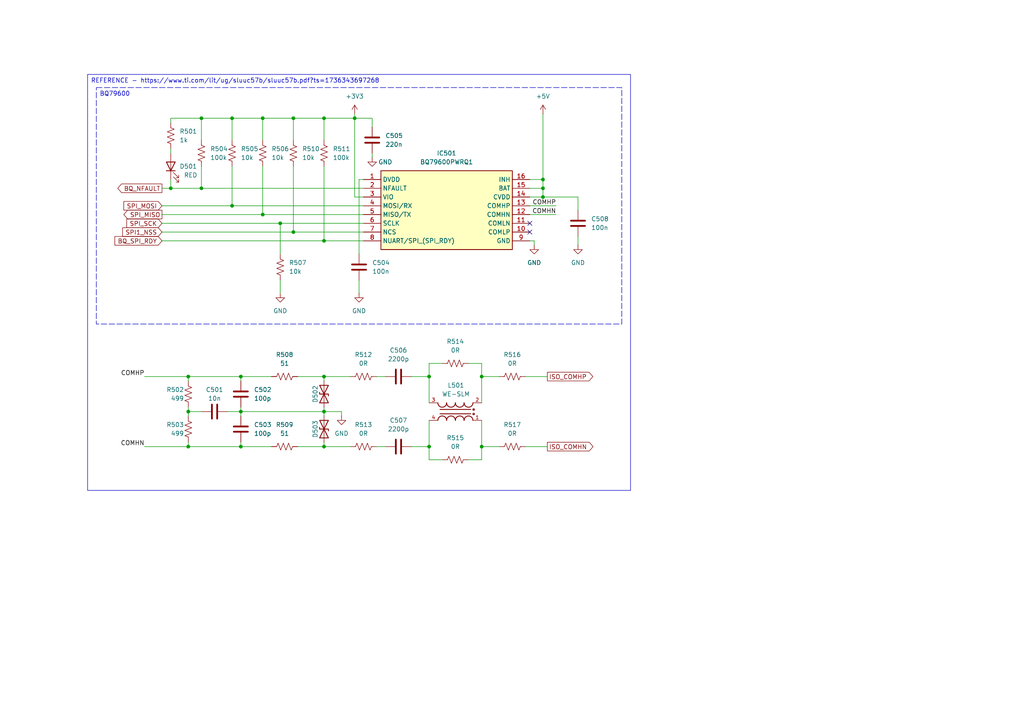
<source format=kicad_sch>
(kicad_sch (version 20231120) (generator "eeschema") (generator_version "8.0")
  (paper "A4")
  (title_block (date "2025-01-10") (rev "A") (company "FSAE LSU") (comment 1 "Jacob Parent ") (comment 2 "parent.jacob7@protonmail.com"))
  (lib_symbols
    (symbol "BQ79600:BQ79600PWRQ1"
      (property "Reference" "IC" (at 5.08 7.62 0))
      (property "Value" "BQ79600PWRQ1" (at 5.08 5.334 0))
      (symbol "BQ79600PWRQ1_1_1"
        (rectangle (start 5.08 2.54) (end 43.18 -20.32) (stroke (width 0.254)) (fill (type background)))
        (pin passive line (at 0 0 0) (length 5.08) (name "DVDD") (number "1"))
        (pin passive line (at 48.26 -15.24 180) (length 5.08) (name "COMLP") (number "10"))
        (pin passive line (at 48.26 -12.7 180) (length 5.08) (name "COMLN") (number "11"))
        (pin passive line (at 48.26 -10.16 180) (length 5.08) (name "COMHN") (number "12"))
        (pin passive line (at 48.26 -7.62 180) (length 5.08) (name "COMHP") (number "13"))
        (pin passive line (at 48.26 -5.08 180) (length 5.08) (name "CVDD") (number "14"))
        (pin passive line (at 48.26 -2.54 180) (length 5.08) (name "BAT") (number "15"))
        (pin passive line (at 48.26 0 180) (length 5.08) (name "INH") (number "16"))
        (pin passive line (at 0 -2.54 0) (length 5.08) (name "NFAULT") (number "2"))
        (pin passive line (at 0 -5.08 0) (length 5.08) (name "VIO") (number "3"))
        (pin passive line (at 0 -7.62 0) (length 5.08) (name "MOSI/RX") (number "4"))
        (pin passive line (at 0 -10.16 0) (length 5.08) (name "MISO/TX") (number "5"))
        (pin passive line (at 0 -12.7 0) (length 5.08) (name "SCLK") (number "6"))
        (pin passive line (at 0 -15.24 0) (length 5.08) (name "NCS") (number "7"))
        (pin passive line (at 0 -17.78 0) (length 5.08) (name "NUART/SPI_(SPI_RDY)") (number "8"))
        (pin passive line (at 48.26 -17.78 180) (length 5.08) (name "GND") (number "9"))
      )
    )
    (symbol "CommonModeChoke_Wurth:WE-SLM" (pin_names (offset 1.016))
      (property "Reference" "L" (at 0 3.81 0))
      (property "Value" "WE-SLM" (at -5.08 -5.08 0))
      (symbol "WE-SLM_0_0"
        (circle (center -5.3 -0.6) (radius 0.1) (stroke (width 0.254)))
        (circle (center -5.3 0.7) (radius 0.1) (stroke (width 0.254)))
        (arc (start -5.08 2.54) (mid -3.81 1.2755) (end -2.54 2.54) (stroke (width 0.254)))
        (arc (start -2.54 -2.54) (mid -3.81 -1.2755) (end -5.08 -2.54) (stroke (width 0.254)))
        (arc (start -2.54 2.54) (mid -1.27 1.2755) (end 0 2.54) (stroke (width 0.254)))
        (arc (start 0 -2.54) (mid -1.27 -1.2755) (end -2.54 -2.54) (stroke (width 0.254)))
        (polyline (pts (xy -4.445 -0.635) (xy 4.445 -0.635)) (stroke (width 0.254)))
        (polyline (pts (xy -4.445 0.635) (xy 4.445 0.635)) (stroke (width 0.254)))
        (arc (start 0 2.54) (mid 1.27 1.2755) (end 2.54 2.54) (stroke (width 0.254)))
        (arc (start 2.54 -2.54) (mid 1.27 -1.2755) (end 0 -2.54) (stroke (width 0.254)))
        (arc (start 2.54 2.54) (mid 3.81 1.2755) (end 5.08 2.54) (stroke (width 0.254)))
        (arc (start 5.08 -2.54) (mid 3.81 -1.2755) (end 2.54 -2.54) (stroke (width 0.254)))
        (pin passive line (at -7.62 2.54 0) (length 2.54) (name "~") (number "1"))
        (pin passive line (at -7.62 -2.54 0) (length 2.54) (name "~") (number "2"))
        (pin passive line (at 7.62 -2.54 180) (length 2.54) (name "~") (number "3"))
        (pin passive line (at 7.62 2.54 180) (length 2.54) (name "~") (number "4"))
      )
    )
    (symbol "Device:C" (pin_numbers hide) (pin_names (offset 0.254))
      (property "Reference" "C" (at 0.635 2.54 0))
      (property "Value" "C" (at 0.635 -2.54 0))
      (symbol "C_0_1"
        (polyline (pts (xy -2.032 -0.762) (xy 2.032 -0.762)) (stroke (width 0.508)))
        (polyline (pts (xy -2.032 0.762) (xy 2.032 0.762)) (stroke (width 0.508)))
      )
      (symbol "C_1_1"
        (pin passive line (at 0 3.81 270) (length 2.794) (name "~") (number "1"))
        (pin passive line (at 0 -3.81 90) (length 2.794) (name "~") (number "2"))
      )
    )
    (symbol "Device:D_TVS" (pin_numbers hide) (pin_names (offset 1.016) hide)
      (property "Reference" "D" (at 0 2.54 0))
      (property "Value" "D_TVS" (at 0 -2.54 0))
      (symbol "D_TVS_0_1"
        (polyline (pts (xy 1.27 0) (xy -1.27 0)))
        (polyline (pts (xy 0.508 1.27) (xy 0 1.27) (xy 0 -1.27) (xy -0.508 -1.27)) (stroke (width 0.254)))
        (polyline (pts (xy -2.54 1.27) (xy -2.54 -1.27) (xy 2.54 1.27) (xy 2.54 -1.27) (xy -2.54 1.27)) (stroke (width 0.254)))
      )
      (symbol "D_TVS_1_1"
        (pin passive line (at -3.81 0 0) (length 2.54) (name "A1") (number "1"))
        (pin passive line (at 3.81 0 180) (length 2.54) (name "A2") (number "2"))
      )
    )
    (symbol "Device:LED" (pin_numbers hide) (pin_names (offset 1.016) hide)
      (property "Reference" "D" (at 0 2.54 0))
      (property "Value" "LED" (at 0 -2.54 0))
      (symbol "LED_0_1"
        (polyline (pts (xy -1.27 -1.27) (xy -1.27 1.27)) (stroke (width 0.254)))
        (polyline (pts (xy -1.27 0) (xy 1.27 0)))
        (polyline (pts (xy 1.27 -1.27) (xy 1.27 1.27) (xy -1.27 0) (xy 1.27 -1.27)) (stroke (width 0.254)))
        (polyline (pts (xy -3.048 -0.762) (xy -4.572 -2.286) (xy -3.81 -2.286) (xy -4.572 -2.286) (xy -4.572 -1.524)))
        (polyline (pts (xy -1.778 -0.762) (xy -3.302 -2.286) (xy -2.54 -2.286) (xy -3.302 -2.286) (xy -3.302 -1.524)))
      )
      (symbol "LED_1_1"
        (pin passive line (at -3.81 0 0) (length 2.54) (name "K") (number "1"))
        (pin passive line (at 3.81 0 180) (length 2.54) (name "A") (number "2"))
      )
    )
    (symbol "Device:R_US" (pin_numbers hide) (pin_names (offset 0))
      (property "Reference" "R" (at 2.54 0 90))
      (property "Value" "R_US" (at -2.54 0 90))
      (symbol "R_US_0_1"
        (polyline (pts (xy 0 -2.286) (xy 0 -2.54)))
        (polyline (pts (xy 0 2.286) (xy 0 2.54)))
        (polyline (pts (xy 0 -0.762) (xy 1.016 -1.143) (xy 0 -1.524) (xy -1.016 -1.905) (xy 0 -2.286)))
        (polyline (pts (xy 0 0.762) (xy 1.016 0.381) (xy 0 0) (xy -1.016 -0.381) (xy 0 -0.762)))
        (polyline (pts (xy 0 2.286) (xy 1.016 1.905) (xy 0 1.524) (xy -1.016 1.143) (xy 0 0.762)))
      )
      (symbol "R_US_1_1"
        (pin passive line (at 0 3.81 270) (length 1.27) (name "~") (number "1"))
        (pin passive line (at 0 -3.81 90) (length 1.27) (name "~") (number "2"))
      )
    )
    (symbol "power:+3V3" (power) (pin_numbers hide) (pin_names (offset 0) hide)
      (property "Value" "+3V3" (at 0 3.556 0))
      (symbol "+3V3_0_1"
        (polyline (pts (xy -0.762 1.27) (xy 0 2.54)))
        (polyline (pts (xy 0 0) (xy 0 2.54)))
        (polyline (pts (xy 0 2.54) (xy 0.762 1.27)))
      )
      (symbol "+3V3_1_1"
        (pin power_in line (at 0 0 90) (length 0) (name "~") (number "1"))
      )
    )
    (symbol "power:+5V" (power) (pin_numbers hide) (pin_names (offset 0) hide)
      (property "Value" "+5V" (at 0 3.556 0))
      (symbol "+5V_0_1"
        (polyline (pts (xy -0.762 1.27) (xy 0 2.54)))
        (polyline (pts (xy 0 0) (xy 0 2.54)))
        (polyline (pts (xy 0 2.54) (xy 0.762 1.27)))
      )
      (symbol "+5V_1_1"
        (pin power_in line (at 0 0 90) (length 0) (name "~") (number "1"))
      )
    )
    (symbol "power:GND" (power) (pin_numbers hide) (pin_names (offset 0) hide)
      (property "Value" "GND" (at 0 -3.81 0))
      (symbol "GND_0_1"
        (polyline (pts (xy 0 0) (xy 0 -1.27) (xy 1.27 -1.27) (xy 0 -2.54) (xy -1.27 -1.27) (xy 0 -1.27)))
      )
      (symbol "GND_1_1"
        (pin power_in line (at 0 0 270) (length 0) (name "~") (number "1"))
      )
    )
  )
  (junction (at 49.53 54.61))
  (junction (at 157.48 52.07))
  (junction (at 93.98 119.38))
  (junction (at 54.61 119.38))
  (junction (at 69.85 129.54))
  (junction (at 67.31 34.29))
  (junction (at 93.98 69.85))
  (junction (at 58.42 54.61))
  (junction (at 81.28 64.77))
  (junction (at 67.31 59.69))
  (junction (at 85.09 67.31))
  (junction (at 69.85 119.38))
  (junction (at 76.2 62.23))
  (junction (at 102.87 34.29))
  (junction (at 85.09 34.29))
  (junction (at 58.42 34.29))
  (junction (at 93.98 109.22))
  (junction (at 93.98 34.29))
  (junction (at 124.46 129.54))
  (junction (at 76.2 34.29))
  (junction (at 93.98 129.54))
  (junction (at 54.61 129.54))
  (junction (at 139.7 109.22))
  (junction (at 157.48 54.61))
  (junction (at 69.85 109.22))
  (junction (at 54.61 109.22))
  (junction (at 124.46 109.22))
  (junction (at 139.7 129.54))
  (junction (at 157.48 57.15))
  (no_connect (at 153.67 67.31))
  (no_connect (at 153.67 64.77))
  (wire (pts (xy 102.87 34.29) (xy 102.87 57.15)))
  (wire (pts (xy 46.99 69.85) (xy 93.98 69.85)))
  (wire (pts (xy 104.14 52.07) (xy 104.14 73.66)))
  (wire (pts (xy 54.61 118.11) (xy 54.61 119.38)))
  (wire (pts (xy 139.7 109.22) (xy 144.78 109.22)))
  (wire (pts (xy 119.38 109.22) (xy 124.46 109.22)))
  (wire (pts (xy 153.67 69.85) (xy 154.94 69.85)))
  (wire (pts (xy 107.95 34.29) (xy 107.95 36.83)))
  (wire (pts (xy 109.22 129.54) (xy 111.76 129.54)))
  (wire (pts (xy 93.98 128.27) (xy 93.98 129.54)))
  (wire (pts (xy 93.98 34.29) (xy 102.87 34.29)))
  (wire (pts (xy 153.67 54.61) (xy 157.48 54.61)))
  (wire (pts (xy 46.99 67.31) (xy 85.09 67.31)))
  (wire (pts (xy 93.98 69.85) (xy 105.41 69.85)))
  (wire (pts (xy 102.87 33.02) (xy 102.87 34.29)))
  (wire (pts (xy 58.42 54.61) (xy 105.41 54.61)))
  (wire (pts (xy 76.2 34.29) (xy 85.09 34.29)))
  (wire (pts (xy 69.85 119.38) (xy 93.98 119.38)))
  (wire (pts (xy 67.31 48.26) (xy 67.31 59.69)))
  (wire (pts (xy 49.53 43.18) (xy 49.53 44.45)))
  (wire (pts (xy 67.31 59.69) (xy 105.41 59.69)))
  (wire (pts (xy 104.14 81.28) (xy 104.14 85.09)))
  (wire (pts (xy 69.85 129.54) (xy 78.74 129.54)))
  (wire (pts (xy 167.64 57.15) (xy 167.64 60.96)))
  (wire (pts (xy 124.46 105.41) (xy 128.27 105.41)))
  (wire (pts (xy 81.28 64.77) (xy 105.41 64.77)))
  (wire (pts (xy 157.48 57.15) (xy 167.64 57.15)))
  (wire (pts (xy 69.85 119.38) (xy 69.85 118.11)))
  (wire (pts (xy 93.98 34.29) (xy 93.98 40.64)))
  (wire (pts (xy 157.48 57.15) (xy 157.48 54.61)))
  (wire (pts (xy 85.09 34.29) (xy 85.09 40.64)))
  (wire (pts (xy 81.28 81.28) (xy 81.28 85.09)))
  (wire (pts (xy 81.28 64.77) (xy 81.28 73.66)))
  (wire (pts (xy 124.46 129.54) (xy 124.46 121.92)))
  (wire (pts (xy 41.91 129.54) (xy 54.61 129.54)))
  (wire (pts (xy 105.41 57.15) (xy 102.87 57.15)))
  (wire (pts (xy 54.61 119.38) (xy 54.61 120.65)))
  (wire (pts (xy 93.98 119.38) (xy 93.98 120.65)))
  (wire (pts (xy 49.53 54.61) (xy 58.42 54.61)))
  (wire (pts (xy 152.4 109.22) (xy 158.75 109.22)))
  (wire (pts (xy 157.48 33.02) (xy 157.48 52.07)))
  (wire (pts (xy 41.91 109.22) (xy 54.61 109.22)))
  (wire (pts (xy 49.53 34.29) (xy 58.42 34.29)))
  (wire (pts (xy 69.85 109.22) (xy 69.85 110.49)))
  (wire (pts (xy 154.94 69.85) (xy 154.94 71.12)))
  (wire (pts (xy 139.7 129.54) (xy 144.78 129.54)))
  (wire (pts (xy 139.7 109.22) (xy 139.7 105.41)))
  (wire (pts (xy 102.87 34.29) (xy 107.95 34.29)))
  (wire (pts (xy 54.61 129.54) (xy 69.85 129.54)))
  (wire (pts (xy 85.09 34.29) (xy 93.98 34.29)))
  (wire (pts (xy 119.38 129.54) (xy 124.46 129.54)))
  (wire (pts (xy 54.61 109.22) (xy 69.85 109.22)))
  (wire (pts (xy 157.48 54.61) (xy 157.48 52.07)))
  (wire (pts (xy 46.99 62.23) (xy 76.2 62.23)))
  (wire (pts (xy 153.67 57.15) (xy 157.48 57.15)))
  (wire (pts (xy 58.42 119.38) (xy 54.61 119.38)))
  (wire (pts (xy 93.98 109.22) (xy 101.6 109.22)))
  (wire (pts (xy 139.7 133.35) (xy 135.89 133.35)))
  (wire (pts (xy 139.7 121.92) (xy 139.7 129.54)))
  (wire (pts (xy 69.85 119.38) (xy 69.85 120.65)))
  (wire (pts (xy 54.61 109.22) (xy 54.61 110.49)))
  (wire (pts (xy 109.22 109.22) (xy 111.76 109.22)))
  (wire (pts (xy 69.85 128.27) (xy 69.85 129.54)))
  (wire (pts (xy 99.06 119.38) (xy 99.06 120.65)))
  (wire (pts (xy 124.46 133.35) (xy 128.27 133.35)))
  (wire (pts (xy 58.42 34.29) (xy 67.31 34.29)))
  (wire (pts (xy 76.2 34.29) (xy 76.2 40.64)))
  (wire (pts (xy 153.67 62.23) (xy 161.29 62.23)))
  (wire (pts (xy 153.67 59.69) (xy 161.29 59.69)))
  (wire (pts (xy 69.85 109.22) (xy 78.74 109.22)))
  (wire (pts (xy 93.98 109.22) (xy 93.98 110.49)))
  (wire (pts (xy 58.42 34.29) (xy 58.42 40.64)))
  (wire (pts (xy 139.7 129.54) (xy 139.7 133.35)))
  (wire (pts (xy 124.46 129.54) (xy 124.46 133.35)))
  (wire (pts (xy 58.42 48.26) (xy 58.42 54.61)))
  (wire (pts (xy 85.09 48.26) (xy 85.09 67.31)))
  (wire (pts (xy 153.67 52.07) (xy 157.48 52.07)))
  (wire (pts (xy 124.46 116.84) (xy 124.46 109.22)))
  (wire (pts (xy 139.7 105.41) (xy 135.89 105.41)))
  (wire (pts (xy 49.53 52.07) (xy 49.53 54.61)))
  (wire (pts (xy 93.98 129.54) (xy 101.6 129.54)))
  (wire (pts (xy 93.98 119.38) (xy 99.06 119.38)))
  (wire (pts (xy 139.7 116.84) (xy 139.7 109.22)))
  (wire (pts (xy 46.99 54.61) (xy 49.53 54.61)))
  (wire (pts (xy 124.46 109.22) (xy 124.46 105.41)))
  (wire (pts (xy 66.04 119.38) (xy 69.85 119.38)))
  (wire (pts (xy 93.98 118.11) (xy 93.98 119.38)))
  (wire (pts (xy 46.99 59.69) (xy 67.31 59.69)))
  (wire (pts (xy 76.2 48.26) (xy 76.2 62.23)))
  (wire (pts (xy 46.99 64.77) (xy 81.28 64.77)))
  (wire (pts (xy 67.31 34.29) (xy 76.2 34.29)))
  (wire (pts (xy 86.36 109.22) (xy 93.98 109.22)))
  (wire (pts (xy 67.31 34.29) (xy 67.31 40.64)))
  (wire (pts (xy 85.09 67.31) (xy 105.41 67.31)))
  (wire (pts (xy 152.4 129.54) (xy 158.75 129.54)))
  (wire (pts (xy 104.14 52.07) (xy 105.41 52.07)))
  (wire (pts (xy 54.61 128.27) (xy 54.61 129.54)))
  (wire (pts (xy 107.95 44.45) (xy 107.95 45.72)))
  (wire (pts (xy 49.53 34.29) (xy 49.53 35.56)))
  (wire (pts (xy 86.36 129.54) (xy 93.98 129.54)))
  (wire (pts (xy 93.98 48.26) (xy 93.98 69.85)))
  (wire (pts (xy 76.2 62.23) (xy 105.41 62.23)))
  (wire (pts (xy 167.64 68.58) (xy 167.64 71.12)))
  (text_box "REFERENCE - https://www.ti.com/lit/ug/sluuc57b/sluuc57b.pdf?ts=1736343697268" (at 25.4 21.59 0) (size 157.48 120.65) (effects (font (size 1.27 1.27)) (justify left top)))
  (text_box "BQ79600\n" (at 27.94 25.4 0) (size 152.4 68.58) (stroke (width 0) (type dash)) (effects (font (size 1.27 1.27)) (justify left top)))
  (label "COMHP" (at 161.29 59.69 180))
  (label "COMHN" (at 161.29 62.23 180))
  (label "COMHP" (at 41.91 109.22 180))
  (label "COMHN" (at 41.91 129.54 180))
  (global_label "ISO_COMHP" (shape output) (at 158.75 109.22 0) (property "Intersheetrefs" "${INTERSHEET_REFS}" (effects (hide yes))))
  (global_label "ISO_COMHN" (shape output) (at 158.75 129.54 0) (property "Intersheetrefs" "${INTERSHEET_REFS}" (effects (hide yes))))
  (global_label "BQ_NFAULT" (shape output) (at 46.99 54.61 180) (property "Intersheetrefs" "${INTERSHEET_REFS}" (effects (hide yes))))
  (global_label "SPI1_NSS" (shape input) (at 46.99 67.31 180) (property "Intersheetrefs" "${INTERSHEET_REFS}" (effects (hide yes))))
  (global_label "SPI_SCK" (shape input) (at 46.99 64.77 180) (property "Intersheetrefs" "${INTERSHEET_REFS}" (effects (hide yes))))
  (global_label "SPI_MISO" (shape output) (at 46.99 62.23 180) (property "Intersheetrefs" "${INTERSHEET_REFS}" (effects (hide yes))))
  (global_label "BQ_SPI_RDY" (shape input) (at 46.99 69.85 180) (property "Intersheetrefs" "${INTERSHEET_REFS}" (effects (hide yes))))
  (global_label "SPI_MOSI" (shape input) (at 46.99 59.69 180) (property "Intersheetrefs" "${INTERSHEET_REFS}" (effects (hide yes))))
  (symbol (lib_id "Device:C") (at 62.23 119.38 270) (unit 1)
    (property "Reference" "C501" (at 62.23 113.03 90))
    (property "Value" "10n" (at 62.23 115.57 90))
    (property "Footprint" "Capacitor_SMD:C_0402_1005Metric" (effects (hide yes)))
    (property "Description" "Unpolarized capacitor" (effects (hide yes)))
  )
  (symbol (lib_id "Device:C") (at 104.14 77.47 180) (unit 1)
    (property "Reference" "C504" (at 107.95 76.1999 0) (effects (justify right)))
    (property "Value" "100n" (at 107.95 78.7399 0) (effects (justify right)))
    (property "Footprint" "Capacitor_SMD:C_0402_1005Metric" (effects (hide yes)))
    (property "Description" "Unpolarized capacitor" (effects (hide yes)))
  )
  (symbol (lib_id "CommonModeChoke_Wurth:WE-SLM") (at 132.08 119.38 180) (unit 1)
    (property "Reference" "L501" (at 132.24 111.76 0))
    (property "Value" "WE-SLM" (at 132.24 114.3 0))
    (property "Footprint" "WE-SLM:WE-SLM" (effects (hide yes)))
  )
  (symbol (lib_id "Device:R_US") (at 148.59 109.22 90) (unit 1)
    (property "Reference" "R516" (at 148.59 102.87 90))
    (property "Value" "0R" (at 148.59 105.41 90))
    (property "Description" "Resistor, US symbol" (effects (hide yes)))
  )
  (symbol (lib_id "Device:R_US") (at 76.2 44.45 0) (unit 1)
    (property "Reference" "R506" (at 78.74 43.18 0) (effects (justify left)))
    (property "Value" "10k" (at 78.74 45.72 0) (effects (justify left)))
    (property "Description" "Resistor, US symbol" (effects (hide yes)))
  )
  (symbol (lib_id "Device:R_US") (at 54.61 114.3 0) (unit 1)
    (property "Reference" "R502" (at 48.26 113.03 0) (effects (justify left)))
    (property "Value" "499" (at 49.53 115.57 0) (effects (justify left)))
    (property "Description" "Resistor, US symbol" (effects (hide yes)))
  )
  (symbol (lib_id "Device:R_US") (at 105.41 109.22 90) (unit 1)
    (property "Reference" "R512" (at 105.41 102.87 90))
    (property "Value" "0R" (at 105.41 105.41 90))
    (property "Description" "Resistor, US symbol" (effects (hide yes)))
  )
  (symbol (lib_id "power:GND") (at 167.64 71.12 0) (unit 1)
    (property "Reference" "#PWR0508" (effects (hide yes)))
    (property "Value" "GND" (at 167.64 76.2 0))
    (property "Description" "Power symbol creates a global label with name \"GND\" , ground" (effects (hide yes)))
  )
  (symbol (lib_id "Device:R_US") (at 49.53 39.37 0) (unit 1)
    (property "Reference" "R501" (at 52.07 38.1 0) (effects (justify left)))
    (property "Value" "1k" (at 52.07 40.64 0) (effects (justify left)))
    (property "Description" "Resistor, US symbol" (effects (hide yes)))
  )
  (symbol (lib_id "Device:R_US") (at 93.98 44.45 0) (unit 1)
    (property "Reference" "R511" (at 96.52 43.1799 0) (effects (justify left)))
    (property "Value" "100k" (at 96.52 45.7199 0) (effects (justify left)))
    (property "Description" "Resistor, US symbol" (effects (hide yes)))
  )
  (symbol (lib_id "Device:R_US") (at 54.61 124.46 0) (unit 1)
    (property "Reference" "R503" (at 48.26 123.19 0) (effects (justify left)))
    (property "Value" "499" (at 49.53 125.73 0) (effects (justify left)))
    (property "Description" "Resistor, US symbol" (effects (hide yes)))
  )
  (symbol (lib_id "Device:D_TVS") (at 93.98 114.3 90) (unit 1)
    (property "Reference" "D502" (at 91.44 114.3 0))
    (property "Value" "D_TVS" (effects (hide yes)))
    (property "Footprint" "Diode_SMD:D_SOD-323" (effects (hide yes)))
    (property "Description" "Bidirectional transient-voltage-suppression diode" (effects (hide yes)))
  )
  (symbol (lib_id "Device:C") (at 69.85 114.3 180) (unit 1)
    (property "Reference" "C502" (at 73.66 113.0299 0) (effects (justify right)))
    (property "Value" "100p" (at 73.66 115.5699 0) (effects (justify right)))
    (property "Description" "Unpolarized capacitor" (effects (hide yes)))
  )
  (symbol (lib_id "Device:R_US") (at 132.08 133.35 90) (unit 1)
    (property "Reference" "R515" (at 132.08 127 90))
    (property "Value" "0R" (at 132.08 129.54 90))
    (property "Description" "Resistor, US symbol" (effects (hide yes)))
  )
  (symbol (lib_id "Device:C") (at 115.57 109.22 270) (unit 1)
    (property "Reference" "C506" (at 115.57 101.6 90))
    (property "Value" "2200p" (at 115.57 104.14 90))
    (property "Description" "Unpolarized capacitor" (effects (hide yes)))
  )
  (symbol (lib_id "power:GND") (at 154.94 71.12 0) (unit 1)
    (property "Reference" "#PWR0506" (effects (hide yes)))
    (property "Value" "GND" (at 154.94 76.2 0))
    (property "Description" "Power symbol creates a global label with name \"GND\" , ground" (effects (hide yes)))
  )
  (symbol (lib_id "Device:R_US") (at 67.31 44.45 0) (unit 1)
    (property "Reference" "R505" (at 69.85 43.18 0) (effects (justify left)))
    (property "Value" "10k" (at 69.85 45.72 0) (effects (justify left)))
    (property "Description" "Resistor, US symbol" (effects (hide yes)))
  )
  (symbol (lib_id "Device:R_US") (at 132.08 105.41 90) (unit 1)
    (property "Reference" "R514" (at 132.08 99.06 90))
    (property "Value" "0R" (at 132.08 101.6 90))
    (property "Description" "Resistor, US symbol" (effects (hide yes)))
  )
  (symbol (lib_id "Device:R_US") (at 85.09 44.45 0) (unit 1)
    (property "Reference" "R510" (at 87.63 43.18 0) (effects (justify left)))
    (property "Value" "10k" (at 87.63 45.72 0) (effects (justify left)))
    (property "Description" "Resistor, US symbol" (effects (hide yes)))
  )
  (symbol (lib_id "power:+5V") (at 157.48 33.02 0) (unit 1)
    (property "Reference" "#PWR0507" (effects (hide yes)))
    (property "Value" "+5V" (at 157.48 27.94 0))
    (property "Description" "Power symbol creates a global label with name \"+5V\"" (effects (hide yes)))
  )
  (symbol (lib_id "Device:R_US") (at 82.55 129.54 90) (unit 1)
    (property "Reference" "R509" (at 82.55 123.19 90))
    (property "Value" "51" (at 82.55 125.73 90))
    (property "Description" "Resistor, US symbol" (effects (hide yes)))
  )
  (symbol (lib_id "Device:R_US") (at 105.41 129.54 90) (unit 1)
    (property "Reference" "R513" (at 105.41 123.19 90))
    (property "Value" "0R" (at 105.41 125.73 90))
    (property "Description" "Resistor, US symbol" (effects (hide yes)))
  )
  (symbol (lib_id "Device:C") (at 167.64 64.77 0) (unit 1)
    (property "Reference" "C508" (at 171.45 63.4999 0) (effects (justify left)))
    (property "Value" "100n" (at 171.45 66.0399 0) (effects (justify left)))
    (property "Footprint" "Capacitor_SMD:C_0402_1005Metric" (effects (hide yes)))
    (property "Description" "Unpolarized capacitor" (effects (hide yes)))
  )
  (symbol (lib_id "power:GND") (at 107.95 45.72 0) (unit 1)
    (property "Reference" "#PWR0505" (effects (hide yes)))
    (property "Value" "GND" (at 111.76 46.99 0))
    (property "Description" "Power symbol creates a global label with name \"GND\" , ground" (effects (hide yes)))
  )
  (symbol (lib_id "power:+3V3") (at 102.87 33.02 0) (unit 1)
    (property "Reference" "#PWR0503" (effects (hide yes)))
    (property "Value" "+3V3" (at 102.87 27.94 0))
    (property "Description" "Power symbol creates a global label with name \"+3V3\"" (effects (hide yes)))
  )
  (symbol (lib_id "Device:C") (at 115.57 129.54 270) (unit 1)
    (property "Reference" "C507" (at 115.57 121.92 90))
    (property "Value" "2200p" (at 115.57 124.46 90))
    (property "Description" "Unpolarized capacitor" (effects (hide yes)))
  )
  (symbol (lib_id "Device:C") (at 69.85 124.46 180) (unit 1)
    (property "Reference" "C503" (at 73.66 123.1899 0) (effects (justify right)))
    (property "Value" "100p" (at 73.66 125.7299 0) (effects (justify right)))
    (property "Description" "Unpolarized capacitor" (effects (hide yes)))
  )
  (symbol (lib_id "Device:LED") (at 49.53 48.26 90) (unit 1)
    (property "Reference" "D501" (at 52.07 48.26 90) (effects (justify right)))
    (property "Value" "RED" (at 53.34 50.8 90) (effects (justify right)))
    (property "Description" "Light emitting diode" (effects (hide yes)))
  )
  (symbol (lib_id "Device:R_US") (at 58.42 44.45 0) (unit 1)
    (property "Reference" "R504" (at 60.96 43.18 0) (effects (justify left)))
    (property "Value" "100k" (at 60.96 45.72 0) (effects (justify left)))
    (property "Description" "Resistor, US symbol" (effects (hide yes)))
  )
  (symbol (lib_id "Device:R_US") (at 82.55 109.22 90) (unit 1)
    (property "Reference" "R508" (at 82.55 102.87 90))
    (property "Value" "51" (at 82.55 105.41 90))
    (property "Description" "Resistor, US symbol" (effects (hide yes)))
  )
  (symbol (lib_id "Device:R_US") (at 148.59 129.54 90) (unit 1)
    (property "Reference" "R517" (at 148.59 123.19 90))
    (property "Value" "0R" (at 148.59 125.73 90))
    (property "Description" "Resistor, US symbol" (effects (hide yes)))
  )
  (symbol (lib_id "Device:R_US") (at 81.28 77.47 0) (unit 1)
    (property "Reference" "R507" (at 83.82 76.1999 0) (effects (justify left)))
    (property "Value" "10k" (at 83.82 78.7399 0) (effects (justify left)))
    (property "Description" "Resistor, US symbol" (effects (hide yes)))
  )
  (symbol (lib_id "power:GND") (at 81.28 85.09 0) (unit 1)
    (property "Reference" "#PWR0501" (effects (hide yes)))
    (property "Value" "GND" (at 81.28 90.17 0))
    (property "Description" "Power symbol creates a global label with name \"GND\" , ground" (effects (hide yes)))
  )
  (symbol (lib_id "BQ79600:BQ79600PWRQ1") (at 105.41 52.07 0) (unit 1)
    (property "Reference" "IC501" (at 129.54 44.45 0))
    (property "Value" "BQ79600PWRQ1" (at 129.54 46.99 0))
    (property "Footprint" "BQ79600:BQ79600" (effects (hide yes)))
    (property "Datasheet" "https://www.arrow.com/en/products/bq79600pwrq1/texas-instruments" (effects (hide yes)))
    (property "Description" "Battery Management Automotive SPI/UART communication interface functional-safety compliant with automatic host wakeup" (effects (hide yes)))
    (property "Height" "1.2" (effects (hide yes)))
    (property "Mouser Part Number" "595-BQ79600PWRQ1" (effects (hide yes)))
    (property "Mouser Price/Stock" "https://www.mouser.co.uk/ProductDetail/Texas-Instruments/BQ79600PWRQ1?qs=bAKSY%2FctAC74v4PXQeVHrA%3D%3D" (effects (hide yes)))
    (property "Manufacturer_Name" "Texas Instruments" (effects (hide yes)))
    (property "Manufacturer_Part_Number" "BQ79600PWRQ1" (effects (hide yes)))
  )
  (symbol (lib_id "Device:C") (at 107.95 40.64 0) (unit 1)
    (property "Reference" "C505" (at 111.76 39.3699 0) (effects (justify left)))
    (property "Value" "220n" (at 111.76 41.9099 0) (effects (justify left)))
    (property "Description" "Unpolarized capacitor" (effects (hide yes)))
  )
  (symbol (lib_id "power:GND") (at 104.14 85.09 0) (unit 1)
    (property "Reference" "#PWR0504" (effects (hide yes)))
    (property "Value" "GND" (at 104.14 90.17 0))
    (property "Description" "Power symbol creates a global label with name \"GND\" , ground" (effects (hide yes)))
  )
  (symbol (lib_id "Device:D_TVS") (at 93.98 124.46 90) (unit 1)
    (property "Reference" "D503" (at 91.44 124.46 0))
    (property "Value" "D_TVS" (effects (hide yes)))
    (property "Footprint" "Diode_SMD:D_SOD-323" (effects (hide yes)))
    (property "Description" "Bidirectional transient-voltage-suppression diode" (effects (hide yes)))
  )
  (symbol (lib_id "power:GND") (at 99.06 120.65 0) (unit 1)
    (property "Reference" "#PWR0502" (effects (hide yes)))
    (property "Value" "GND" (at 99.06 125.73 0))
    (property "Description" "Power symbol creates a global label with name \"GND\" , ground" (effects (hide yes)))
  )
)
</source>
